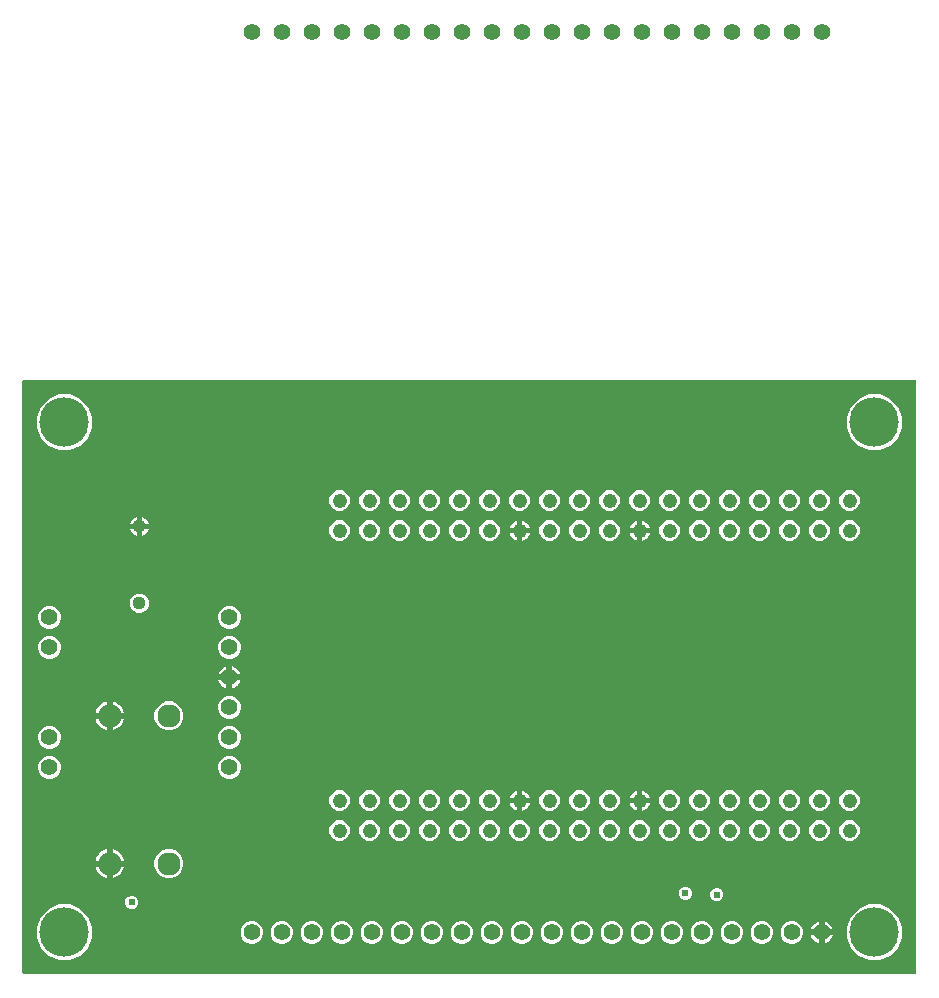
<source format=gbr>
G04 EAGLE Gerber RS-274X export*
G75*
%MOMM*%
%FSLAX34Y34*%
%LPD*%
%INCopper Layer 2*%
%IPPOS*%
%AMOC8*
5,1,8,0,0,1.08239X$1,22.5*%
G01*
%ADD10C,1.244600*%
%ADD11C,1.120000*%
%ADD12C,1.960000*%
%ADD13C,4.191000*%
%ADD14C,1.400000*%
%ADD15C,0.609600*%

G36*
X758308Y2556D02*
X758308Y2556D01*
X758427Y2563D01*
X758465Y2576D01*
X758506Y2581D01*
X758616Y2624D01*
X758729Y2661D01*
X758764Y2683D01*
X758801Y2698D01*
X758897Y2767D01*
X758998Y2831D01*
X759026Y2861D01*
X759059Y2884D01*
X759135Y2976D01*
X759216Y3063D01*
X759236Y3098D01*
X759261Y3129D01*
X759312Y3237D01*
X759370Y3341D01*
X759380Y3381D01*
X759397Y3417D01*
X759419Y3534D01*
X759449Y3649D01*
X759453Y3709D01*
X759457Y3729D01*
X759455Y3750D01*
X759459Y3810D01*
X759459Y504190D01*
X759444Y504308D01*
X759437Y504427D01*
X759424Y504465D01*
X759419Y504506D01*
X759376Y504616D01*
X759339Y504729D01*
X759317Y504764D01*
X759302Y504801D01*
X759233Y504897D01*
X759169Y504998D01*
X759139Y505026D01*
X759116Y505059D01*
X759024Y505135D01*
X758937Y505216D01*
X758902Y505236D01*
X758871Y505261D01*
X758763Y505312D01*
X758659Y505370D01*
X758619Y505380D01*
X758583Y505397D01*
X758466Y505419D01*
X758351Y505449D01*
X758291Y505453D01*
X758271Y505457D01*
X758250Y505455D01*
X758190Y505459D01*
X3810Y505459D01*
X3692Y505444D01*
X3573Y505437D01*
X3535Y505424D01*
X3494Y505419D01*
X3384Y505376D01*
X3271Y505339D01*
X3236Y505317D01*
X3199Y505302D01*
X3103Y505233D01*
X3002Y505169D01*
X2974Y505139D01*
X2941Y505116D01*
X2865Y505024D01*
X2784Y504937D01*
X2764Y504902D01*
X2739Y504871D01*
X2688Y504763D01*
X2630Y504659D01*
X2620Y504619D01*
X2603Y504583D01*
X2581Y504466D01*
X2551Y504351D01*
X2547Y504291D01*
X2543Y504271D01*
X2545Y504250D01*
X2541Y504190D01*
X2541Y3810D01*
X2556Y3692D01*
X2563Y3573D01*
X2576Y3535D01*
X2581Y3494D01*
X2624Y3384D01*
X2661Y3271D01*
X2683Y3236D01*
X2698Y3199D01*
X2767Y3103D01*
X2831Y3002D01*
X2861Y2974D01*
X2884Y2941D01*
X2976Y2865D01*
X3063Y2784D01*
X3098Y2764D01*
X3129Y2739D01*
X3237Y2688D01*
X3341Y2630D01*
X3381Y2620D01*
X3417Y2603D01*
X3534Y2581D01*
X3649Y2551D01*
X3709Y2547D01*
X3729Y2543D01*
X3750Y2545D01*
X3810Y2541D01*
X758190Y2541D01*
X758308Y2556D01*
G37*
%LPC*%
G36*
X719226Y446404D02*
X719226Y446404D01*
X710591Y449981D01*
X703981Y456591D01*
X700404Y465226D01*
X700404Y474574D01*
X703981Y483209D01*
X710591Y489819D01*
X719226Y493396D01*
X728574Y493396D01*
X737209Y489819D01*
X743819Y483209D01*
X747396Y474574D01*
X747396Y465226D01*
X743819Y456591D01*
X737209Y449981D01*
X728574Y446404D01*
X719226Y446404D01*
G37*
%LPD*%
%LPC*%
G36*
X33426Y446404D02*
X33426Y446404D01*
X24791Y449981D01*
X18181Y456591D01*
X14604Y465226D01*
X14604Y474574D01*
X18181Y483209D01*
X24791Y489819D01*
X33426Y493396D01*
X42774Y493396D01*
X51409Y489819D01*
X58019Y483209D01*
X61596Y474574D01*
X61596Y465226D01*
X58019Y456591D01*
X51409Y449981D01*
X42774Y446404D01*
X33426Y446404D01*
G37*
%LPD*%
%LPC*%
G36*
X33426Y14604D02*
X33426Y14604D01*
X24791Y18181D01*
X18181Y24791D01*
X14604Y33426D01*
X14604Y42774D01*
X18181Y51409D01*
X24791Y58019D01*
X33426Y61596D01*
X42774Y61596D01*
X51409Y58019D01*
X58019Y51409D01*
X61596Y42774D01*
X61596Y33426D01*
X58019Y24791D01*
X51409Y18181D01*
X42774Y14604D01*
X33426Y14604D01*
G37*
%LPD*%
%LPC*%
G36*
X719226Y14604D02*
X719226Y14604D01*
X710591Y18181D01*
X703981Y24791D01*
X700404Y33426D01*
X700404Y42774D01*
X703981Y51409D01*
X710591Y58019D01*
X719226Y61596D01*
X728574Y61596D01*
X737209Y58019D01*
X743819Y51409D01*
X747396Y42774D01*
X747396Y33426D01*
X743819Y24791D01*
X737209Y18181D01*
X728574Y14604D01*
X719226Y14604D01*
G37*
%LPD*%
%LPC*%
G36*
X124145Y83909D02*
X124145Y83909D01*
X119610Y85788D01*
X116138Y89260D01*
X114259Y93795D01*
X114259Y98705D01*
X116138Y103240D01*
X119610Y106712D01*
X124145Y108591D01*
X129055Y108591D01*
X133590Y106712D01*
X137062Y103240D01*
X138941Y98705D01*
X138941Y93795D01*
X137062Y89260D01*
X133590Y85788D01*
X129055Y83909D01*
X124145Y83909D01*
G37*
%LPD*%
%LPC*%
G36*
X124145Y208909D02*
X124145Y208909D01*
X119610Y210788D01*
X116138Y214260D01*
X114259Y218795D01*
X114259Y223705D01*
X116138Y228240D01*
X119610Y231712D01*
X124145Y233591D01*
X129055Y233591D01*
X133590Y231712D01*
X137062Y228240D01*
X138941Y223705D01*
X138941Y218795D01*
X137062Y214260D01*
X133590Y210788D01*
X129055Y208909D01*
X124145Y208909D01*
G37*
%LPD*%
%LPC*%
G36*
X175902Y168259D02*
X175902Y168259D01*
X172396Y169712D01*
X169712Y172396D01*
X168259Y175902D01*
X168259Y179698D01*
X169712Y183204D01*
X172396Y185888D01*
X175902Y187341D01*
X179698Y187341D01*
X183204Y185888D01*
X185888Y183204D01*
X187341Y179698D01*
X187341Y175902D01*
X185888Y172396D01*
X183204Y169712D01*
X179698Y168259D01*
X175902Y168259D01*
G37*
%LPD*%
%LPC*%
G36*
X271152Y28559D02*
X271152Y28559D01*
X267646Y30012D01*
X264962Y32696D01*
X263509Y36202D01*
X263509Y39998D01*
X264962Y43504D01*
X267646Y46188D01*
X271152Y47641D01*
X274948Y47641D01*
X278454Y46188D01*
X281138Y43504D01*
X282591Y39998D01*
X282591Y36202D01*
X281138Y32696D01*
X278454Y30012D01*
X274948Y28559D01*
X271152Y28559D01*
G37*
%LPD*%
%LPC*%
G36*
X296552Y28559D02*
X296552Y28559D01*
X293046Y30012D01*
X290362Y32696D01*
X288909Y36202D01*
X288909Y39998D01*
X290362Y43504D01*
X293046Y46188D01*
X296552Y47641D01*
X300348Y47641D01*
X303854Y46188D01*
X306538Y43504D01*
X307991Y39998D01*
X307991Y36202D01*
X306538Y32696D01*
X303854Y30012D01*
X300348Y28559D01*
X296552Y28559D01*
G37*
%LPD*%
%LPC*%
G36*
X321952Y28559D02*
X321952Y28559D01*
X318446Y30012D01*
X315762Y32696D01*
X314309Y36202D01*
X314309Y39998D01*
X315762Y43504D01*
X318446Y46188D01*
X321952Y47641D01*
X325748Y47641D01*
X329254Y46188D01*
X331938Y43504D01*
X333391Y39998D01*
X333391Y36202D01*
X331938Y32696D01*
X329254Y30012D01*
X325748Y28559D01*
X321952Y28559D01*
G37*
%LPD*%
%LPC*%
G36*
X347352Y28559D02*
X347352Y28559D01*
X343846Y30012D01*
X341162Y32696D01*
X339709Y36202D01*
X339709Y39998D01*
X341162Y43504D01*
X343846Y46188D01*
X347352Y47641D01*
X351148Y47641D01*
X354654Y46188D01*
X357338Y43504D01*
X358791Y39998D01*
X358791Y36202D01*
X357338Y32696D01*
X354654Y30012D01*
X351148Y28559D01*
X347352Y28559D01*
G37*
%LPD*%
%LPC*%
G36*
X372752Y28559D02*
X372752Y28559D01*
X369246Y30012D01*
X366562Y32696D01*
X365109Y36202D01*
X365109Y39998D01*
X366562Y43504D01*
X369246Y46188D01*
X372752Y47641D01*
X376548Y47641D01*
X380054Y46188D01*
X382738Y43504D01*
X384191Y39998D01*
X384191Y36202D01*
X382738Y32696D01*
X380054Y30012D01*
X376548Y28559D01*
X372752Y28559D01*
G37*
%LPD*%
%LPC*%
G36*
X398152Y28559D02*
X398152Y28559D01*
X394646Y30012D01*
X391962Y32696D01*
X390509Y36202D01*
X390509Y39998D01*
X391962Y43504D01*
X394646Y46188D01*
X398152Y47641D01*
X401948Y47641D01*
X405454Y46188D01*
X408138Y43504D01*
X409591Y39998D01*
X409591Y36202D01*
X408138Y32696D01*
X405454Y30012D01*
X401948Y28559D01*
X398152Y28559D01*
G37*
%LPD*%
%LPC*%
G36*
X423552Y28559D02*
X423552Y28559D01*
X420046Y30012D01*
X417362Y32696D01*
X415909Y36202D01*
X415909Y39998D01*
X417362Y43504D01*
X420046Y46188D01*
X423552Y47641D01*
X427348Y47641D01*
X430854Y46188D01*
X433538Y43504D01*
X434991Y39998D01*
X434991Y36202D01*
X433538Y32696D01*
X430854Y30012D01*
X427348Y28559D01*
X423552Y28559D01*
G37*
%LPD*%
%LPC*%
G36*
X448952Y28559D02*
X448952Y28559D01*
X445446Y30012D01*
X442762Y32696D01*
X441309Y36202D01*
X441309Y39998D01*
X442762Y43504D01*
X445446Y46188D01*
X448952Y47641D01*
X452748Y47641D01*
X456254Y46188D01*
X458938Y43504D01*
X460391Y39998D01*
X460391Y36202D01*
X458938Y32696D01*
X456254Y30012D01*
X452748Y28559D01*
X448952Y28559D01*
G37*
%LPD*%
%LPC*%
G36*
X474352Y28559D02*
X474352Y28559D01*
X470846Y30012D01*
X468162Y32696D01*
X466709Y36202D01*
X466709Y39998D01*
X468162Y43504D01*
X470846Y46188D01*
X474352Y47641D01*
X478148Y47641D01*
X481654Y46188D01*
X484338Y43504D01*
X485791Y39998D01*
X485791Y36202D01*
X484338Y32696D01*
X481654Y30012D01*
X478148Y28559D01*
X474352Y28559D01*
G37*
%LPD*%
%LPC*%
G36*
X499752Y28559D02*
X499752Y28559D01*
X496246Y30012D01*
X493562Y32696D01*
X492109Y36202D01*
X492109Y39998D01*
X493562Y43504D01*
X496246Y46188D01*
X499752Y47641D01*
X503548Y47641D01*
X507054Y46188D01*
X509738Y43504D01*
X511191Y39998D01*
X511191Y36202D01*
X509738Y32696D01*
X507054Y30012D01*
X503548Y28559D01*
X499752Y28559D01*
G37*
%LPD*%
%LPC*%
G36*
X525152Y28559D02*
X525152Y28559D01*
X521646Y30012D01*
X518962Y32696D01*
X517509Y36202D01*
X517509Y39998D01*
X518962Y43504D01*
X521646Y46188D01*
X525152Y47641D01*
X528948Y47641D01*
X532454Y46188D01*
X535138Y43504D01*
X536591Y39998D01*
X536591Y36202D01*
X535138Y32696D01*
X532454Y30012D01*
X528948Y28559D01*
X525152Y28559D01*
G37*
%LPD*%
%LPC*%
G36*
X175902Y295259D02*
X175902Y295259D01*
X172396Y296712D01*
X169712Y299396D01*
X168259Y302902D01*
X168259Y306698D01*
X169712Y310204D01*
X172396Y312888D01*
X175902Y314341D01*
X179698Y314341D01*
X183204Y312888D01*
X185888Y310204D01*
X187341Y306698D01*
X187341Y302902D01*
X185888Y299396D01*
X183204Y296712D01*
X179698Y295259D01*
X175902Y295259D01*
G37*
%LPD*%
%LPC*%
G36*
X23502Y295259D02*
X23502Y295259D01*
X19996Y296712D01*
X17312Y299396D01*
X15859Y302902D01*
X15859Y306698D01*
X17312Y310204D01*
X19996Y312888D01*
X23502Y314341D01*
X27298Y314341D01*
X30804Y312888D01*
X33488Y310204D01*
X34941Y306698D01*
X34941Y302902D01*
X33488Y299396D01*
X30804Y296712D01*
X27298Y295259D01*
X23502Y295259D01*
G37*
%LPD*%
%LPC*%
G36*
X220352Y28559D02*
X220352Y28559D01*
X216846Y30012D01*
X214162Y32696D01*
X212709Y36202D01*
X212709Y39998D01*
X214162Y43504D01*
X216846Y46188D01*
X220352Y47641D01*
X224148Y47641D01*
X227654Y46188D01*
X230338Y43504D01*
X231791Y39998D01*
X231791Y36202D01*
X230338Y32696D01*
X227654Y30012D01*
X224148Y28559D01*
X220352Y28559D01*
G37*
%LPD*%
%LPC*%
G36*
X245752Y28559D02*
X245752Y28559D01*
X242246Y30012D01*
X239562Y32696D01*
X238109Y36202D01*
X238109Y39998D01*
X239562Y43504D01*
X242246Y46188D01*
X245752Y47641D01*
X249548Y47641D01*
X253054Y46188D01*
X255738Y43504D01*
X257191Y39998D01*
X257191Y36202D01*
X255738Y32696D01*
X253054Y30012D01*
X249548Y28559D01*
X245752Y28559D01*
G37*
%LPD*%
%LPC*%
G36*
X175902Y269859D02*
X175902Y269859D01*
X172396Y271312D01*
X169712Y273996D01*
X168259Y277502D01*
X168259Y281298D01*
X169712Y284804D01*
X172396Y287488D01*
X175902Y288941D01*
X179698Y288941D01*
X183204Y287488D01*
X185888Y284804D01*
X187341Y281298D01*
X187341Y277502D01*
X185888Y273996D01*
X183204Y271312D01*
X179698Y269859D01*
X175902Y269859D01*
G37*
%LPD*%
%LPC*%
G36*
X23502Y269859D02*
X23502Y269859D01*
X19996Y271312D01*
X17312Y273996D01*
X15859Y277502D01*
X15859Y281298D01*
X17312Y284804D01*
X19996Y287488D01*
X23502Y288941D01*
X27298Y288941D01*
X30804Y287488D01*
X33488Y284804D01*
X34941Y281298D01*
X34941Y277502D01*
X33488Y273996D01*
X30804Y271312D01*
X27298Y269859D01*
X23502Y269859D01*
G37*
%LPD*%
%LPC*%
G36*
X23502Y168259D02*
X23502Y168259D01*
X19996Y169712D01*
X17312Y172396D01*
X15859Y175902D01*
X15859Y179698D01*
X17312Y183204D01*
X19996Y185888D01*
X23502Y187341D01*
X27298Y187341D01*
X30804Y185888D01*
X33488Y183204D01*
X34941Y179698D01*
X34941Y175902D01*
X33488Y172396D01*
X30804Y169712D01*
X27298Y168259D01*
X23502Y168259D01*
G37*
%LPD*%
%LPC*%
G36*
X575952Y28559D02*
X575952Y28559D01*
X572446Y30012D01*
X569762Y32696D01*
X568309Y36202D01*
X568309Y39998D01*
X569762Y43504D01*
X572446Y46188D01*
X575952Y47641D01*
X579748Y47641D01*
X583254Y46188D01*
X585938Y43504D01*
X587391Y39998D01*
X587391Y36202D01*
X585938Y32696D01*
X583254Y30012D01*
X579748Y28559D01*
X575952Y28559D01*
G37*
%LPD*%
%LPC*%
G36*
X601352Y28559D02*
X601352Y28559D01*
X597846Y30012D01*
X595162Y32696D01*
X593709Y36202D01*
X593709Y39998D01*
X595162Y43504D01*
X597846Y46188D01*
X601352Y47641D01*
X605148Y47641D01*
X608654Y46188D01*
X611338Y43504D01*
X612791Y39998D01*
X612791Y36202D01*
X611338Y32696D01*
X608654Y30012D01*
X605148Y28559D01*
X601352Y28559D01*
G37*
%LPD*%
%LPC*%
G36*
X626752Y28559D02*
X626752Y28559D01*
X623246Y30012D01*
X620562Y32696D01*
X619109Y36202D01*
X619109Y39998D01*
X620562Y43504D01*
X623246Y46188D01*
X626752Y47641D01*
X630548Y47641D01*
X634054Y46188D01*
X636738Y43504D01*
X638191Y39998D01*
X638191Y36202D01*
X636738Y32696D01*
X634054Y30012D01*
X630548Y28559D01*
X626752Y28559D01*
G37*
%LPD*%
%LPC*%
G36*
X175902Y219059D02*
X175902Y219059D01*
X172396Y220512D01*
X169712Y223196D01*
X168259Y226702D01*
X168259Y230498D01*
X169712Y234004D01*
X172396Y236688D01*
X175902Y238141D01*
X179698Y238141D01*
X183204Y236688D01*
X185888Y234004D01*
X187341Y230498D01*
X187341Y226702D01*
X185888Y223196D01*
X183204Y220512D01*
X179698Y219059D01*
X175902Y219059D01*
G37*
%LPD*%
%LPC*%
G36*
X550552Y28559D02*
X550552Y28559D01*
X547046Y30012D01*
X544362Y32696D01*
X542909Y36202D01*
X542909Y39998D01*
X544362Y43504D01*
X547046Y46188D01*
X550552Y47641D01*
X554348Y47641D01*
X557854Y46188D01*
X560538Y43504D01*
X561991Y39998D01*
X561991Y36202D01*
X560538Y32696D01*
X557854Y30012D01*
X554348Y28559D01*
X550552Y28559D01*
G37*
%LPD*%
%LPC*%
G36*
X652152Y28559D02*
X652152Y28559D01*
X648646Y30012D01*
X645962Y32696D01*
X644509Y36202D01*
X644509Y39998D01*
X645962Y43504D01*
X648646Y46188D01*
X652152Y47641D01*
X655948Y47641D01*
X659454Y46188D01*
X662138Y43504D01*
X663591Y39998D01*
X663591Y36202D01*
X662138Y32696D01*
X659454Y30012D01*
X655948Y28559D01*
X652152Y28559D01*
G37*
%LPD*%
%LPC*%
G36*
X175902Y193659D02*
X175902Y193659D01*
X172396Y195112D01*
X169712Y197796D01*
X168259Y201302D01*
X168259Y205098D01*
X169712Y208604D01*
X172396Y211288D01*
X175902Y212741D01*
X179698Y212741D01*
X183204Y211288D01*
X185888Y208604D01*
X187341Y205098D01*
X187341Y201302D01*
X185888Y197796D01*
X183204Y195112D01*
X179698Y193659D01*
X175902Y193659D01*
G37*
%LPD*%
%LPC*%
G36*
X23502Y193659D02*
X23502Y193659D01*
X19996Y195112D01*
X17312Y197796D01*
X15859Y201302D01*
X15859Y205098D01*
X17312Y208604D01*
X19996Y211288D01*
X23502Y212741D01*
X27298Y212741D01*
X30804Y211288D01*
X33488Y208604D01*
X34941Y205098D01*
X34941Y201302D01*
X33488Y197796D01*
X30804Y195112D01*
X27298Y193659D01*
X23502Y193659D01*
G37*
%LPD*%
%LPC*%
G36*
X194952Y28559D02*
X194952Y28559D01*
X191446Y30012D01*
X188762Y32696D01*
X187309Y36202D01*
X187309Y39998D01*
X188762Y43504D01*
X191446Y46188D01*
X194952Y47641D01*
X198748Y47641D01*
X202254Y46188D01*
X204938Y43504D01*
X206391Y39998D01*
X206391Y36202D01*
X204938Y32696D01*
X202254Y30012D01*
X198748Y28559D01*
X194952Y28559D01*
G37*
%LPD*%
%LPC*%
G36*
X675757Y394836D02*
X675757Y394836D01*
X672536Y396170D01*
X670070Y398636D01*
X668736Y401857D01*
X668736Y405343D01*
X670070Y408564D01*
X672536Y411030D01*
X675757Y412364D01*
X679243Y412364D01*
X682464Y411030D01*
X684930Y408564D01*
X686264Y405343D01*
X686264Y401857D01*
X684930Y398636D01*
X682464Y396170D01*
X679243Y394836D01*
X675757Y394836D01*
G37*
%LPD*%
%LPC*%
G36*
X650357Y394836D02*
X650357Y394836D01*
X647136Y396170D01*
X644670Y398636D01*
X643336Y401857D01*
X643336Y405343D01*
X644670Y408564D01*
X647136Y411030D01*
X650357Y412364D01*
X653843Y412364D01*
X657064Y411030D01*
X659530Y408564D01*
X660864Y405343D01*
X660864Y401857D01*
X659530Y398636D01*
X657064Y396170D01*
X653843Y394836D01*
X650357Y394836D01*
G37*
%LPD*%
%LPC*%
G36*
X624957Y394836D02*
X624957Y394836D01*
X621736Y396170D01*
X619270Y398636D01*
X617936Y401857D01*
X617936Y405343D01*
X619270Y408564D01*
X621736Y411030D01*
X624957Y412364D01*
X628443Y412364D01*
X631664Y411030D01*
X634130Y408564D01*
X635464Y405343D01*
X635464Y401857D01*
X634130Y398636D01*
X631664Y396170D01*
X628443Y394836D01*
X624957Y394836D01*
G37*
%LPD*%
%LPC*%
G36*
X599557Y394836D02*
X599557Y394836D01*
X596336Y396170D01*
X593870Y398636D01*
X592536Y401857D01*
X592536Y405343D01*
X593870Y408564D01*
X596336Y411030D01*
X599557Y412364D01*
X603043Y412364D01*
X606264Y411030D01*
X608730Y408564D01*
X610064Y405343D01*
X610064Y401857D01*
X608730Y398636D01*
X606264Y396170D01*
X603043Y394836D01*
X599557Y394836D01*
G37*
%LPD*%
%LPC*%
G36*
X574157Y394836D02*
X574157Y394836D01*
X570936Y396170D01*
X568470Y398636D01*
X567136Y401857D01*
X567136Y405343D01*
X568470Y408564D01*
X570936Y411030D01*
X574157Y412364D01*
X577643Y412364D01*
X580864Y411030D01*
X583330Y408564D01*
X584664Y405343D01*
X584664Y401857D01*
X583330Y398636D01*
X580864Y396170D01*
X577643Y394836D01*
X574157Y394836D01*
G37*
%LPD*%
%LPC*%
G36*
X548757Y394836D02*
X548757Y394836D01*
X545536Y396170D01*
X543070Y398636D01*
X541736Y401857D01*
X541736Y405343D01*
X543070Y408564D01*
X545536Y411030D01*
X548757Y412364D01*
X552243Y412364D01*
X555464Y411030D01*
X557930Y408564D01*
X559264Y405343D01*
X559264Y401857D01*
X557930Y398636D01*
X555464Y396170D01*
X552243Y394836D01*
X548757Y394836D01*
G37*
%LPD*%
%LPC*%
G36*
X523357Y394836D02*
X523357Y394836D01*
X520136Y396170D01*
X517670Y398636D01*
X516336Y401857D01*
X516336Y405343D01*
X517670Y408564D01*
X520136Y411030D01*
X523357Y412364D01*
X526843Y412364D01*
X530064Y411030D01*
X532530Y408564D01*
X533864Y405343D01*
X533864Y401857D01*
X532530Y398636D01*
X530064Y396170D01*
X526843Y394836D01*
X523357Y394836D01*
G37*
%LPD*%
%LPC*%
G36*
X497957Y394836D02*
X497957Y394836D01*
X494736Y396170D01*
X492270Y398636D01*
X490936Y401857D01*
X490936Y405343D01*
X492270Y408564D01*
X494736Y411030D01*
X497957Y412364D01*
X501443Y412364D01*
X504664Y411030D01*
X507130Y408564D01*
X508464Y405343D01*
X508464Y401857D01*
X507130Y398636D01*
X504664Y396170D01*
X501443Y394836D01*
X497957Y394836D01*
G37*
%LPD*%
%LPC*%
G36*
X472557Y394836D02*
X472557Y394836D01*
X469336Y396170D01*
X466870Y398636D01*
X465536Y401857D01*
X465536Y405343D01*
X466870Y408564D01*
X469336Y411030D01*
X472557Y412364D01*
X476043Y412364D01*
X479264Y411030D01*
X481730Y408564D01*
X483064Y405343D01*
X483064Y401857D01*
X481730Y398636D01*
X479264Y396170D01*
X476043Y394836D01*
X472557Y394836D01*
G37*
%LPD*%
%LPC*%
G36*
X447157Y394836D02*
X447157Y394836D01*
X443936Y396170D01*
X441470Y398636D01*
X440136Y401857D01*
X440136Y405343D01*
X441470Y408564D01*
X443936Y411030D01*
X447157Y412364D01*
X450643Y412364D01*
X453864Y411030D01*
X456330Y408564D01*
X457664Y405343D01*
X457664Y401857D01*
X456330Y398636D01*
X453864Y396170D01*
X450643Y394836D01*
X447157Y394836D01*
G37*
%LPD*%
%LPC*%
G36*
X421757Y394836D02*
X421757Y394836D01*
X418536Y396170D01*
X416070Y398636D01*
X414736Y401857D01*
X414736Y405343D01*
X416070Y408564D01*
X418536Y411030D01*
X421757Y412364D01*
X425243Y412364D01*
X428464Y411030D01*
X430930Y408564D01*
X432264Y405343D01*
X432264Y401857D01*
X430930Y398636D01*
X428464Y396170D01*
X425243Y394836D01*
X421757Y394836D01*
G37*
%LPD*%
%LPC*%
G36*
X396357Y394836D02*
X396357Y394836D01*
X393136Y396170D01*
X390670Y398636D01*
X389336Y401857D01*
X389336Y405343D01*
X390670Y408564D01*
X393136Y411030D01*
X396357Y412364D01*
X399843Y412364D01*
X403064Y411030D01*
X405530Y408564D01*
X406864Y405343D01*
X406864Y401857D01*
X405530Y398636D01*
X403064Y396170D01*
X399843Y394836D01*
X396357Y394836D01*
G37*
%LPD*%
%LPC*%
G36*
X370957Y394836D02*
X370957Y394836D01*
X367736Y396170D01*
X365270Y398636D01*
X363936Y401857D01*
X363936Y405343D01*
X365270Y408564D01*
X367736Y411030D01*
X370957Y412364D01*
X374443Y412364D01*
X377664Y411030D01*
X380130Y408564D01*
X381464Y405343D01*
X381464Y401857D01*
X380130Y398636D01*
X377664Y396170D01*
X374443Y394836D01*
X370957Y394836D01*
G37*
%LPD*%
%LPC*%
G36*
X345557Y394836D02*
X345557Y394836D01*
X342336Y396170D01*
X339870Y398636D01*
X338536Y401857D01*
X338536Y405343D01*
X339870Y408564D01*
X342336Y411030D01*
X345557Y412364D01*
X349043Y412364D01*
X352264Y411030D01*
X354730Y408564D01*
X356064Y405343D01*
X356064Y401857D01*
X354730Y398636D01*
X352264Y396170D01*
X349043Y394836D01*
X345557Y394836D01*
G37*
%LPD*%
%LPC*%
G36*
X320157Y394836D02*
X320157Y394836D01*
X316936Y396170D01*
X314470Y398636D01*
X313136Y401857D01*
X313136Y405343D01*
X314470Y408564D01*
X316936Y411030D01*
X320157Y412364D01*
X323643Y412364D01*
X326864Y411030D01*
X329330Y408564D01*
X330664Y405343D01*
X330664Y401857D01*
X329330Y398636D01*
X326864Y396170D01*
X323643Y394836D01*
X320157Y394836D01*
G37*
%LPD*%
%LPC*%
G36*
X294757Y394836D02*
X294757Y394836D01*
X291536Y396170D01*
X289070Y398636D01*
X287736Y401857D01*
X287736Y405343D01*
X289070Y408564D01*
X291536Y411030D01*
X294757Y412364D01*
X298243Y412364D01*
X301464Y411030D01*
X303930Y408564D01*
X305264Y405343D01*
X305264Y401857D01*
X303930Y398636D01*
X301464Y396170D01*
X298243Y394836D01*
X294757Y394836D01*
G37*
%LPD*%
%LPC*%
G36*
X269357Y394836D02*
X269357Y394836D01*
X266136Y396170D01*
X263670Y398636D01*
X262336Y401857D01*
X262336Y405343D01*
X263670Y408564D01*
X266136Y411030D01*
X269357Y412364D01*
X272843Y412364D01*
X276064Y411030D01*
X278530Y408564D01*
X279864Y405343D01*
X279864Y401857D01*
X278530Y398636D01*
X276064Y396170D01*
X272843Y394836D01*
X269357Y394836D01*
G37*
%LPD*%
%LPC*%
G36*
X294757Y369436D02*
X294757Y369436D01*
X291536Y370770D01*
X289070Y373236D01*
X287736Y376457D01*
X287736Y379943D01*
X289070Y383164D01*
X291536Y385630D01*
X294757Y386964D01*
X298243Y386964D01*
X301464Y385630D01*
X303930Y383164D01*
X305264Y379943D01*
X305264Y376457D01*
X303930Y373236D01*
X301464Y370770D01*
X298243Y369436D01*
X294757Y369436D01*
G37*
%LPD*%
%LPC*%
G36*
X269357Y369436D02*
X269357Y369436D01*
X266136Y370770D01*
X263670Y373236D01*
X262336Y376457D01*
X262336Y379943D01*
X263670Y383164D01*
X266136Y385630D01*
X269357Y386964D01*
X272843Y386964D01*
X276064Y385630D01*
X278530Y383164D01*
X279864Y379943D01*
X279864Y376457D01*
X278530Y373236D01*
X276064Y370770D01*
X272843Y369436D01*
X269357Y369436D01*
G37*
%LPD*%
%LPC*%
G36*
X701157Y369436D02*
X701157Y369436D01*
X697936Y370770D01*
X695470Y373236D01*
X694136Y376457D01*
X694136Y379943D01*
X695470Y383164D01*
X697936Y385630D01*
X701157Y386964D01*
X704643Y386964D01*
X707864Y385630D01*
X710330Y383164D01*
X711664Y379943D01*
X711664Y376457D01*
X710330Y373236D01*
X707864Y370770D01*
X704643Y369436D01*
X701157Y369436D01*
G37*
%LPD*%
%LPC*%
G36*
X675757Y369436D02*
X675757Y369436D01*
X672536Y370770D01*
X670070Y373236D01*
X668736Y376457D01*
X668736Y379943D01*
X670070Y383164D01*
X672536Y385630D01*
X675757Y386964D01*
X679243Y386964D01*
X682464Y385630D01*
X684930Y383164D01*
X686264Y379943D01*
X686264Y376457D01*
X684930Y373236D01*
X682464Y370770D01*
X679243Y369436D01*
X675757Y369436D01*
G37*
%LPD*%
%LPC*%
G36*
X650357Y369436D02*
X650357Y369436D01*
X647136Y370770D01*
X644670Y373236D01*
X643336Y376457D01*
X643336Y379943D01*
X644670Y383164D01*
X647136Y385630D01*
X650357Y386964D01*
X653843Y386964D01*
X657064Y385630D01*
X659530Y383164D01*
X660864Y379943D01*
X660864Y376457D01*
X659530Y373236D01*
X657064Y370770D01*
X653843Y369436D01*
X650357Y369436D01*
G37*
%LPD*%
%LPC*%
G36*
X624957Y369436D02*
X624957Y369436D01*
X621736Y370770D01*
X619270Y373236D01*
X617936Y376457D01*
X617936Y379943D01*
X619270Y383164D01*
X621736Y385630D01*
X624957Y386964D01*
X628443Y386964D01*
X631664Y385630D01*
X634130Y383164D01*
X635464Y379943D01*
X635464Y376457D01*
X634130Y373236D01*
X631664Y370770D01*
X628443Y369436D01*
X624957Y369436D01*
G37*
%LPD*%
%LPC*%
G36*
X599557Y369436D02*
X599557Y369436D01*
X596336Y370770D01*
X593870Y373236D01*
X592536Y376457D01*
X592536Y379943D01*
X593870Y383164D01*
X596336Y385630D01*
X599557Y386964D01*
X603043Y386964D01*
X606264Y385630D01*
X608730Y383164D01*
X610064Y379943D01*
X610064Y376457D01*
X608730Y373236D01*
X606264Y370770D01*
X603043Y369436D01*
X599557Y369436D01*
G37*
%LPD*%
%LPC*%
G36*
X574157Y369436D02*
X574157Y369436D01*
X570936Y370770D01*
X568470Y373236D01*
X567136Y376457D01*
X567136Y379943D01*
X568470Y383164D01*
X570936Y385630D01*
X574157Y386964D01*
X577643Y386964D01*
X580864Y385630D01*
X583330Y383164D01*
X584664Y379943D01*
X584664Y376457D01*
X583330Y373236D01*
X580864Y370770D01*
X577643Y369436D01*
X574157Y369436D01*
G37*
%LPD*%
%LPC*%
G36*
X548757Y369436D02*
X548757Y369436D01*
X545536Y370770D01*
X543070Y373236D01*
X541736Y376457D01*
X541736Y379943D01*
X543070Y383164D01*
X545536Y385630D01*
X548757Y386964D01*
X552243Y386964D01*
X555464Y385630D01*
X557930Y383164D01*
X559264Y379943D01*
X559264Y376457D01*
X557930Y373236D01*
X555464Y370770D01*
X552243Y369436D01*
X548757Y369436D01*
G37*
%LPD*%
%LPC*%
G36*
X497957Y369436D02*
X497957Y369436D01*
X494736Y370770D01*
X492270Y373236D01*
X490936Y376457D01*
X490936Y379943D01*
X492270Y383164D01*
X494736Y385630D01*
X497957Y386964D01*
X501443Y386964D01*
X504664Y385630D01*
X507130Y383164D01*
X508464Y379943D01*
X508464Y376457D01*
X507130Y373236D01*
X504664Y370770D01*
X501443Y369436D01*
X497957Y369436D01*
G37*
%LPD*%
%LPC*%
G36*
X472557Y369436D02*
X472557Y369436D01*
X469336Y370770D01*
X466870Y373236D01*
X465536Y376457D01*
X465536Y379943D01*
X466870Y383164D01*
X469336Y385630D01*
X472557Y386964D01*
X476043Y386964D01*
X479264Y385630D01*
X481730Y383164D01*
X483064Y379943D01*
X483064Y376457D01*
X481730Y373236D01*
X479264Y370770D01*
X476043Y369436D01*
X472557Y369436D01*
G37*
%LPD*%
%LPC*%
G36*
X447157Y369436D02*
X447157Y369436D01*
X443936Y370770D01*
X441470Y373236D01*
X440136Y376457D01*
X440136Y379943D01*
X441470Y383164D01*
X443936Y385630D01*
X447157Y386964D01*
X450643Y386964D01*
X453864Y385630D01*
X456330Y383164D01*
X457664Y379943D01*
X457664Y376457D01*
X456330Y373236D01*
X453864Y370770D01*
X450643Y369436D01*
X447157Y369436D01*
G37*
%LPD*%
%LPC*%
G36*
X396357Y369436D02*
X396357Y369436D01*
X393136Y370770D01*
X390670Y373236D01*
X389336Y376457D01*
X389336Y379943D01*
X390670Y383164D01*
X393136Y385630D01*
X396357Y386964D01*
X399843Y386964D01*
X403064Y385630D01*
X405530Y383164D01*
X406864Y379943D01*
X406864Y376457D01*
X405530Y373236D01*
X403064Y370770D01*
X399843Y369436D01*
X396357Y369436D01*
G37*
%LPD*%
%LPC*%
G36*
X370957Y369436D02*
X370957Y369436D01*
X367736Y370770D01*
X365270Y373236D01*
X363936Y376457D01*
X363936Y379943D01*
X365270Y383164D01*
X367736Y385630D01*
X370957Y386964D01*
X374443Y386964D01*
X377664Y385630D01*
X380130Y383164D01*
X381464Y379943D01*
X381464Y376457D01*
X380130Y373236D01*
X377664Y370770D01*
X374443Y369436D01*
X370957Y369436D01*
G37*
%LPD*%
%LPC*%
G36*
X345557Y369436D02*
X345557Y369436D01*
X342336Y370770D01*
X339870Y373236D01*
X338536Y376457D01*
X338536Y379943D01*
X339870Y383164D01*
X342336Y385630D01*
X345557Y386964D01*
X349043Y386964D01*
X352264Y385630D01*
X354730Y383164D01*
X356064Y379943D01*
X356064Y376457D01*
X354730Y373236D01*
X352264Y370770D01*
X349043Y369436D01*
X345557Y369436D01*
G37*
%LPD*%
%LPC*%
G36*
X320157Y369436D02*
X320157Y369436D01*
X316936Y370770D01*
X314470Y373236D01*
X313136Y376457D01*
X313136Y379943D01*
X314470Y383164D01*
X316936Y385630D01*
X320157Y386964D01*
X323643Y386964D01*
X326864Y385630D01*
X329330Y383164D01*
X330664Y379943D01*
X330664Y376457D01*
X329330Y373236D01*
X326864Y370770D01*
X323643Y369436D01*
X320157Y369436D01*
G37*
%LPD*%
%LPC*%
G36*
X675757Y140836D02*
X675757Y140836D01*
X672536Y142170D01*
X670070Y144636D01*
X668736Y147857D01*
X668736Y151343D01*
X670070Y154564D01*
X672536Y157030D01*
X675757Y158364D01*
X679243Y158364D01*
X682464Y157030D01*
X684930Y154564D01*
X686264Y151343D01*
X686264Y147857D01*
X684930Y144636D01*
X682464Y142170D01*
X679243Y140836D01*
X675757Y140836D01*
G37*
%LPD*%
%LPC*%
G36*
X294757Y140836D02*
X294757Y140836D01*
X291536Y142170D01*
X289070Y144636D01*
X287736Y147857D01*
X287736Y151343D01*
X289070Y154564D01*
X291536Y157030D01*
X294757Y158364D01*
X298243Y158364D01*
X301464Y157030D01*
X303930Y154564D01*
X305264Y151343D01*
X305264Y147857D01*
X303930Y144636D01*
X301464Y142170D01*
X298243Y140836D01*
X294757Y140836D01*
G37*
%LPD*%
%LPC*%
G36*
X269357Y140836D02*
X269357Y140836D01*
X266136Y142170D01*
X263670Y144636D01*
X262336Y147857D01*
X262336Y151343D01*
X263670Y154564D01*
X266136Y157030D01*
X269357Y158364D01*
X272843Y158364D01*
X276064Y157030D01*
X278530Y154564D01*
X279864Y151343D01*
X279864Y147857D01*
X278530Y144636D01*
X276064Y142170D01*
X272843Y140836D01*
X269357Y140836D01*
G37*
%LPD*%
%LPC*%
G36*
X701157Y140836D02*
X701157Y140836D01*
X697936Y142170D01*
X695470Y144636D01*
X694136Y147857D01*
X694136Y151343D01*
X695470Y154564D01*
X697936Y157030D01*
X701157Y158364D01*
X704643Y158364D01*
X707864Y157030D01*
X710330Y154564D01*
X711664Y151343D01*
X711664Y147857D01*
X710330Y144636D01*
X707864Y142170D01*
X704643Y140836D01*
X701157Y140836D01*
G37*
%LPD*%
%LPC*%
G36*
X320157Y115436D02*
X320157Y115436D01*
X316936Y116770D01*
X314470Y119236D01*
X313136Y122457D01*
X313136Y125943D01*
X314470Y129164D01*
X316936Y131630D01*
X320157Y132964D01*
X323643Y132964D01*
X326864Y131630D01*
X329330Y129164D01*
X330664Y125943D01*
X330664Y122457D01*
X329330Y119236D01*
X326864Y116770D01*
X323643Y115436D01*
X320157Y115436D01*
G37*
%LPD*%
%LPC*%
G36*
X650357Y140836D02*
X650357Y140836D01*
X647136Y142170D01*
X644670Y144636D01*
X643336Y147857D01*
X643336Y151343D01*
X644670Y154564D01*
X647136Y157030D01*
X650357Y158364D01*
X653843Y158364D01*
X657064Y157030D01*
X659530Y154564D01*
X660864Y151343D01*
X660864Y147857D01*
X659530Y144636D01*
X657064Y142170D01*
X653843Y140836D01*
X650357Y140836D01*
G37*
%LPD*%
%LPC*%
G36*
X624957Y140836D02*
X624957Y140836D01*
X621736Y142170D01*
X619270Y144636D01*
X617936Y147857D01*
X617936Y151343D01*
X619270Y154564D01*
X621736Y157030D01*
X624957Y158364D01*
X628443Y158364D01*
X631664Y157030D01*
X634130Y154564D01*
X635464Y151343D01*
X635464Y147857D01*
X634130Y144636D01*
X631664Y142170D01*
X628443Y140836D01*
X624957Y140836D01*
G37*
%LPD*%
%LPC*%
G36*
X599557Y140836D02*
X599557Y140836D01*
X596336Y142170D01*
X593870Y144636D01*
X592536Y147857D01*
X592536Y151343D01*
X593870Y154564D01*
X596336Y157030D01*
X599557Y158364D01*
X603043Y158364D01*
X606264Y157030D01*
X608730Y154564D01*
X610064Y151343D01*
X610064Y147857D01*
X608730Y144636D01*
X606264Y142170D01*
X603043Y140836D01*
X599557Y140836D01*
G37*
%LPD*%
%LPC*%
G36*
X574157Y140836D02*
X574157Y140836D01*
X570936Y142170D01*
X568470Y144636D01*
X567136Y147857D01*
X567136Y151343D01*
X568470Y154564D01*
X570936Y157030D01*
X574157Y158364D01*
X577643Y158364D01*
X580864Y157030D01*
X583330Y154564D01*
X584664Y151343D01*
X584664Y147857D01*
X583330Y144636D01*
X580864Y142170D01*
X577643Y140836D01*
X574157Y140836D01*
G37*
%LPD*%
%LPC*%
G36*
X548757Y140836D02*
X548757Y140836D01*
X545536Y142170D01*
X543070Y144636D01*
X541736Y147857D01*
X541736Y151343D01*
X543070Y154564D01*
X545536Y157030D01*
X548757Y158364D01*
X552243Y158364D01*
X555464Y157030D01*
X557930Y154564D01*
X559264Y151343D01*
X559264Y147857D01*
X557930Y144636D01*
X555464Y142170D01*
X552243Y140836D01*
X548757Y140836D01*
G37*
%LPD*%
%LPC*%
G36*
X497957Y140836D02*
X497957Y140836D01*
X494736Y142170D01*
X492270Y144636D01*
X490936Y147857D01*
X490936Y151343D01*
X492270Y154564D01*
X494736Y157030D01*
X497957Y158364D01*
X501443Y158364D01*
X504664Y157030D01*
X507130Y154564D01*
X508464Y151343D01*
X508464Y147857D01*
X507130Y144636D01*
X504664Y142170D01*
X501443Y140836D01*
X497957Y140836D01*
G37*
%LPD*%
%LPC*%
G36*
X472557Y140836D02*
X472557Y140836D01*
X469336Y142170D01*
X466870Y144636D01*
X465536Y147857D01*
X465536Y151343D01*
X466870Y154564D01*
X469336Y157030D01*
X472557Y158364D01*
X476043Y158364D01*
X479264Y157030D01*
X481730Y154564D01*
X483064Y151343D01*
X483064Y147857D01*
X481730Y144636D01*
X479264Y142170D01*
X476043Y140836D01*
X472557Y140836D01*
G37*
%LPD*%
%LPC*%
G36*
X447157Y140836D02*
X447157Y140836D01*
X443936Y142170D01*
X441470Y144636D01*
X440136Y147857D01*
X440136Y151343D01*
X441470Y154564D01*
X443936Y157030D01*
X447157Y158364D01*
X450643Y158364D01*
X453864Y157030D01*
X456330Y154564D01*
X457664Y151343D01*
X457664Y147857D01*
X456330Y144636D01*
X453864Y142170D01*
X450643Y140836D01*
X447157Y140836D01*
G37*
%LPD*%
%LPC*%
G36*
X396357Y140836D02*
X396357Y140836D01*
X393136Y142170D01*
X390670Y144636D01*
X389336Y147857D01*
X389336Y151343D01*
X390670Y154564D01*
X393136Y157030D01*
X396357Y158364D01*
X399843Y158364D01*
X403064Y157030D01*
X405530Y154564D01*
X406864Y151343D01*
X406864Y147857D01*
X405530Y144636D01*
X403064Y142170D01*
X399843Y140836D01*
X396357Y140836D01*
G37*
%LPD*%
%LPC*%
G36*
X370957Y140836D02*
X370957Y140836D01*
X367736Y142170D01*
X365270Y144636D01*
X363936Y147857D01*
X363936Y151343D01*
X365270Y154564D01*
X367736Y157030D01*
X370957Y158364D01*
X374443Y158364D01*
X377664Y157030D01*
X380130Y154564D01*
X381464Y151343D01*
X381464Y147857D01*
X380130Y144636D01*
X377664Y142170D01*
X374443Y140836D01*
X370957Y140836D01*
G37*
%LPD*%
%LPC*%
G36*
X345557Y140836D02*
X345557Y140836D01*
X342336Y142170D01*
X339870Y144636D01*
X338536Y147857D01*
X338536Y151343D01*
X339870Y154564D01*
X342336Y157030D01*
X345557Y158364D01*
X349043Y158364D01*
X352264Y157030D01*
X354730Y154564D01*
X356064Y151343D01*
X356064Y147857D01*
X354730Y144636D01*
X352264Y142170D01*
X349043Y140836D01*
X345557Y140836D01*
G37*
%LPD*%
%LPC*%
G36*
X320157Y140836D02*
X320157Y140836D01*
X316936Y142170D01*
X314470Y144636D01*
X313136Y147857D01*
X313136Y151343D01*
X314470Y154564D01*
X316936Y157030D01*
X320157Y158364D01*
X323643Y158364D01*
X326864Y157030D01*
X329330Y154564D01*
X330664Y151343D01*
X330664Y147857D01*
X329330Y144636D01*
X326864Y142170D01*
X323643Y140836D01*
X320157Y140836D01*
G37*
%LPD*%
%LPC*%
G36*
X599557Y115436D02*
X599557Y115436D01*
X596336Y116770D01*
X593870Y119236D01*
X592536Y122457D01*
X592536Y125943D01*
X593870Y129164D01*
X596336Y131630D01*
X599557Y132964D01*
X603043Y132964D01*
X606264Y131630D01*
X608730Y129164D01*
X610064Y125943D01*
X610064Y122457D01*
X608730Y119236D01*
X606264Y116770D01*
X603043Y115436D01*
X599557Y115436D01*
G37*
%LPD*%
%LPC*%
G36*
X574157Y115436D02*
X574157Y115436D01*
X570936Y116770D01*
X568470Y119236D01*
X567136Y122457D01*
X567136Y125943D01*
X568470Y129164D01*
X570936Y131630D01*
X574157Y132964D01*
X577643Y132964D01*
X580864Y131630D01*
X583330Y129164D01*
X584664Y125943D01*
X584664Y122457D01*
X583330Y119236D01*
X580864Y116770D01*
X577643Y115436D01*
X574157Y115436D01*
G37*
%LPD*%
%LPC*%
G36*
X701157Y115436D02*
X701157Y115436D01*
X697936Y116770D01*
X695470Y119236D01*
X694136Y122457D01*
X694136Y125943D01*
X695470Y129164D01*
X697936Y131630D01*
X701157Y132964D01*
X704643Y132964D01*
X707864Y131630D01*
X710330Y129164D01*
X711664Y125943D01*
X711664Y122457D01*
X710330Y119236D01*
X707864Y116770D01*
X704643Y115436D01*
X701157Y115436D01*
G37*
%LPD*%
%LPC*%
G36*
X675757Y115436D02*
X675757Y115436D01*
X672536Y116770D01*
X670070Y119236D01*
X668736Y122457D01*
X668736Y125943D01*
X670070Y129164D01*
X672536Y131630D01*
X675757Y132964D01*
X679243Y132964D01*
X682464Y131630D01*
X684930Y129164D01*
X686264Y125943D01*
X686264Y122457D01*
X684930Y119236D01*
X682464Y116770D01*
X679243Y115436D01*
X675757Y115436D01*
G37*
%LPD*%
%LPC*%
G36*
X650357Y115436D02*
X650357Y115436D01*
X647136Y116770D01*
X644670Y119236D01*
X643336Y122457D01*
X643336Y125943D01*
X644670Y129164D01*
X647136Y131630D01*
X650357Y132964D01*
X653843Y132964D01*
X657064Y131630D01*
X659530Y129164D01*
X660864Y125943D01*
X660864Y122457D01*
X659530Y119236D01*
X657064Y116770D01*
X653843Y115436D01*
X650357Y115436D01*
G37*
%LPD*%
%LPC*%
G36*
X624957Y115436D02*
X624957Y115436D01*
X621736Y116770D01*
X619270Y119236D01*
X617936Y122457D01*
X617936Y125943D01*
X619270Y129164D01*
X621736Y131630D01*
X624957Y132964D01*
X628443Y132964D01*
X631664Y131630D01*
X634130Y129164D01*
X635464Y125943D01*
X635464Y122457D01*
X634130Y119236D01*
X631664Y116770D01*
X628443Y115436D01*
X624957Y115436D01*
G37*
%LPD*%
%LPC*%
G36*
X548757Y115436D02*
X548757Y115436D01*
X545536Y116770D01*
X543070Y119236D01*
X541736Y122457D01*
X541736Y125943D01*
X543070Y129164D01*
X545536Y131630D01*
X548757Y132964D01*
X552243Y132964D01*
X555464Y131630D01*
X557930Y129164D01*
X559264Y125943D01*
X559264Y122457D01*
X557930Y119236D01*
X555464Y116770D01*
X552243Y115436D01*
X548757Y115436D01*
G37*
%LPD*%
%LPC*%
G36*
X523357Y115436D02*
X523357Y115436D01*
X520136Y116770D01*
X517670Y119236D01*
X516336Y122457D01*
X516336Y125943D01*
X517670Y129164D01*
X520136Y131630D01*
X523357Y132964D01*
X526843Y132964D01*
X530064Y131630D01*
X532530Y129164D01*
X533864Y125943D01*
X533864Y122457D01*
X532530Y119236D01*
X530064Y116770D01*
X526843Y115436D01*
X523357Y115436D01*
G37*
%LPD*%
%LPC*%
G36*
X497957Y115436D02*
X497957Y115436D01*
X494736Y116770D01*
X492270Y119236D01*
X490936Y122457D01*
X490936Y125943D01*
X492270Y129164D01*
X494736Y131630D01*
X497957Y132964D01*
X501443Y132964D01*
X504664Y131630D01*
X507130Y129164D01*
X508464Y125943D01*
X508464Y122457D01*
X507130Y119236D01*
X504664Y116770D01*
X501443Y115436D01*
X497957Y115436D01*
G37*
%LPD*%
%LPC*%
G36*
X472557Y115436D02*
X472557Y115436D01*
X469336Y116770D01*
X466870Y119236D01*
X465536Y122457D01*
X465536Y125943D01*
X466870Y129164D01*
X469336Y131630D01*
X472557Y132964D01*
X476043Y132964D01*
X479264Y131630D01*
X481730Y129164D01*
X483064Y125943D01*
X483064Y122457D01*
X481730Y119236D01*
X479264Y116770D01*
X476043Y115436D01*
X472557Y115436D01*
G37*
%LPD*%
%LPC*%
G36*
X447157Y115436D02*
X447157Y115436D01*
X443936Y116770D01*
X441470Y119236D01*
X440136Y122457D01*
X440136Y125943D01*
X441470Y129164D01*
X443936Y131630D01*
X447157Y132964D01*
X450643Y132964D01*
X453864Y131630D01*
X456330Y129164D01*
X457664Y125943D01*
X457664Y122457D01*
X456330Y119236D01*
X453864Y116770D01*
X450643Y115436D01*
X447157Y115436D01*
G37*
%LPD*%
%LPC*%
G36*
X421757Y115436D02*
X421757Y115436D01*
X418536Y116770D01*
X416070Y119236D01*
X414736Y122457D01*
X414736Y125943D01*
X416070Y129164D01*
X418536Y131630D01*
X421757Y132964D01*
X425243Y132964D01*
X428464Y131630D01*
X430930Y129164D01*
X432264Y125943D01*
X432264Y122457D01*
X430930Y119236D01*
X428464Y116770D01*
X425243Y115436D01*
X421757Y115436D01*
G37*
%LPD*%
%LPC*%
G36*
X396357Y115436D02*
X396357Y115436D01*
X393136Y116770D01*
X390670Y119236D01*
X389336Y122457D01*
X389336Y125943D01*
X390670Y129164D01*
X393136Y131630D01*
X396357Y132964D01*
X399843Y132964D01*
X403064Y131630D01*
X405530Y129164D01*
X406864Y125943D01*
X406864Y122457D01*
X405530Y119236D01*
X403064Y116770D01*
X399843Y115436D01*
X396357Y115436D01*
G37*
%LPD*%
%LPC*%
G36*
X370957Y115436D02*
X370957Y115436D01*
X367736Y116770D01*
X365270Y119236D01*
X363936Y122457D01*
X363936Y125943D01*
X365270Y129164D01*
X367736Y131630D01*
X370957Y132964D01*
X374443Y132964D01*
X377664Y131630D01*
X380130Y129164D01*
X381464Y125943D01*
X381464Y122457D01*
X380130Y119236D01*
X377664Y116770D01*
X374443Y115436D01*
X370957Y115436D01*
G37*
%LPD*%
%LPC*%
G36*
X345557Y115436D02*
X345557Y115436D01*
X342336Y116770D01*
X339870Y119236D01*
X338536Y122457D01*
X338536Y125943D01*
X339870Y129164D01*
X342336Y131630D01*
X345557Y132964D01*
X349043Y132964D01*
X352264Y131630D01*
X354730Y129164D01*
X356064Y125943D01*
X356064Y122457D01*
X354730Y119236D01*
X352264Y116770D01*
X349043Y115436D01*
X345557Y115436D01*
G37*
%LPD*%
%LPC*%
G36*
X294757Y115436D02*
X294757Y115436D01*
X291536Y116770D01*
X289070Y119236D01*
X287736Y122457D01*
X287736Y125943D01*
X289070Y129164D01*
X291536Y131630D01*
X294757Y132964D01*
X298243Y132964D01*
X301464Y131630D01*
X303930Y129164D01*
X305264Y125943D01*
X305264Y122457D01*
X303930Y119236D01*
X301464Y116770D01*
X298243Y115436D01*
X294757Y115436D01*
G37*
%LPD*%
%LPC*%
G36*
X269357Y115436D02*
X269357Y115436D01*
X266136Y116770D01*
X263670Y119236D01*
X262336Y122457D01*
X262336Y125943D01*
X263670Y129164D01*
X266136Y131630D01*
X269357Y132964D01*
X272843Y132964D01*
X276064Y131630D01*
X278530Y129164D01*
X279864Y125943D01*
X279864Y122457D01*
X278530Y119236D01*
X276064Y116770D01*
X272843Y115436D01*
X269357Y115436D01*
G37*
%LPD*%
%LPC*%
G36*
X701157Y394836D02*
X701157Y394836D01*
X697936Y396170D01*
X695470Y398636D01*
X694136Y401857D01*
X694136Y405343D01*
X695470Y408564D01*
X697936Y411030D01*
X701157Y412364D01*
X704643Y412364D01*
X707864Y411030D01*
X710330Y408564D01*
X711664Y405343D01*
X711664Y401857D01*
X710330Y398636D01*
X707864Y396170D01*
X704643Y394836D01*
X701157Y394836D01*
G37*
%LPD*%
%LPC*%
G36*
X99981Y308609D02*
X99981Y308609D01*
X96989Y309849D01*
X94699Y312139D01*
X93459Y315131D01*
X93459Y318369D01*
X94699Y321361D01*
X96989Y323651D01*
X99981Y324891D01*
X103219Y324891D01*
X106211Y323651D01*
X108501Y321361D01*
X109741Y318369D01*
X109741Y315131D01*
X108501Y312139D01*
X106211Y309849D01*
X103219Y308609D01*
X99981Y308609D01*
G37*
%LPD*%
%LPC*%
G36*
X562768Y65531D02*
X562768Y65531D01*
X560714Y66382D01*
X559142Y67954D01*
X558291Y70008D01*
X558291Y72232D01*
X559142Y74286D01*
X560714Y75858D01*
X562768Y76709D01*
X564992Y76709D01*
X567046Y75858D01*
X568618Y74286D01*
X569469Y72232D01*
X569469Y70008D01*
X568618Y67954D01*
X567046Y66382D01*
X564992Y65531D01*
X562768Y65531D01*
G37*
%LPD*%
%LPC*%
G36*
X589438Y64261D02*
X589438Y64261D01*
X587384Y65112D01*
X585812Y66684D01*
X584961Y68738D01*
X584961Y70962D01*
X585812Y73016D01*
X587384Y74588D01*
X589438Y75439D01*
X591662Y75439D01*
X593716Y74588D01*
X595288Y73016D01*
X596139Y70962D01*
X596139Y68738D01*
X595288Y66684D01*
X593716Y65112D01*
X591662Y64261D01*
X589438Y64261D01*
G37*
%LPD*%
%LPC*%
G36*
X94138Y57911D02*
X94138Y57911D01*
X92084Y58762D01*
X90512Y60334D01*
X89661Y62388D01*
X89661Y64612D01*
X90512Y66666D01*
X92084Y68238D01*
X94138Y69089D01*
X96362Y69089D01*
X98416Y68238D01*
X99988Y66666D01*
X100839Y64612D01*
X100839Y62388D01*
X99988Y60334D01*
X98416Y58762D01*
X96362Y57911D01*
X94138Y57911D01*
G37*
%LPD*%
%LPC*%
G36*
X79139Y223789D02*
X79139Y223789D01*
X79139Y233342D01*
X79490Y233287D01*
X81337Y232687D01*
X83068Y231805D01*
X83833Y231249D01*
X84639Y230663D01*
X86013Y229289D01*
X87155Y227718D01*
X88037Y225987D01*
X88637Y224140D01*
X88692Y223789D01*
X79139Y223789D01*
G37*
%LPD*%
%LPC*%
G36*
X79139Y98789D02*
X79139Y98789D01*
X79139Y108342D01*
X79490Y108287D01*
X81337Y107687D01*
X83068Y106805D01*
X84639Y105663D01*
X86013Y104289D01*
X87155Y102718D01*
X88037Y100987D01*
X88637Y99140D01*
X88692Y98789D01*
X79139Y98789D01*
G37*
%LPD*%
%LPC*%
G36*
X64508Y223789D02*
X64508Y223789D01*
X64563Y224140D01*
X65163Y225987D01*
X66045Y227718D01*
X67187Y229289D01*
X68561Y230663D01*
X70132Y231805D01*
X71863Y232687D01*
X73710Y233287D01*
X74061Y233342D01*
X74061Y223789D01*
X64508Y223789D01*
G37*
%LPD*%
%LPC*%
G36*
X79139Y218711D02*
X79139Y218711D01*
X88692Y218711D01*
X88637Y218360D01*
X88037Y216513D01*
X87155Y214782D01*
X86013Y213211D01*
X84639Y211837D01*
X83068Y210695D01*
X81337Y209813D01*
X79490Y209213D01*
X79139Y209158D01*
X79139Y218711D01*
G37*
%LPD*%
%LPC*%
G36*
X64508Y98789D02*
X64508Y98789D01*
X64563Y99140D01*
X65163Y100987D01*
X66045Y102718D01*
X67187Y104289D01*
X68561Y105663D01*
X70132Y106805D01*
X71863Y107687D01*
X73710Y108287D01*
X74061Y108342D01*
X74061Y98789D01*
X64508Y98789D01*
G37*
%LPD*%
%LPC*%
G36*
X79139Y93711D02*
X79139Y93711D01*
X88692Y93711D01*
X88637Y93360D01*
X88037Y91513D01*
X87155Y89782D01*
X86013Y88211D01*
X84639Y86837D01*
X83068Y85695D01*
X81337Y84813D01*
X79490Y84213D01*
X79139Y84158D01*
X79139Y93711D01*
G37*
%LPD*%
%LPC*%
G36*
X73710Y209213D02*
X73710Y209213D01*
X71863Y209813D01*
X70132Y210695D01*
X68561Y211837D01*
X67187Y213211D01*
X66045Y214782D01*
X65163Y216513D01*
X64563Y218360D01*
X64508Y218711D01*
X74061Y218711D01*
X74061Y209158D01*
X73710Y209213D01*
G37*
%LPD*%
%LPC*%
G36*
X73710Y84213D02*
X73710Y84213D01*
X71863Y84813D01*
X70132Y85695D01*
X68561Y86837D01*
X67187Y88211D01*
X66045Y89782D01*
X65163Y91513D01*
X64563Y93360D01*
X64508Y93711D01*
X74061Y93711D01*
X74061Y84158D01*
X73710Y84213D01*
G37*
%LPD*%
%LPC*%
G36*
X180299Y256499D02*
X180299Y256499D01*
X180299Y263220D01*
X181462Y262842D01*
X182801Y262160D01*
X184015Y261277D01*
X185077Y260215D01*
X185960Y259001D01*
X186642Y257662D01*
X187020Y256499D01*
X180299Y256499D01*
G37*
%LPD*%
%LPC*%
G36*
X681949Y40599D02*
X681949Y40599D01*
X681949Y47320D01*
X683112Y46942D01*
X684451Y46260D01*
X685665Y45377D01*
X686727Y44315D01*
X687610Y43101D01*
X688292Y41762D01*
X688670Y40599D01*
X681949Y40599D01*
G37*
%LPD*%
%LPC*%
G36*
X168580Y256499D02*
X168580Y256499D01*
X168958Y257662D01*
X169640Y259001D01*
X170523Y260215D01*
X171585Y261277D01*
X172799Y262160D01*
X174138Y262842D01*
X175301Y263220D01*
X175301Y256499D01*
X168580Y256499D01*
G37*
%LPD*%
%LPC*%
G36*
X670230Y40599D02*
X670230Y40599D01*
X670608Y41762D01*
X671290Y43101D01*
X672173Y44315D01*
X673235Y45377D01*
X674449Y46260D01*
X675788Y46942D01*
X676951Y47320D01*
X676951Y40599D01*
X670230Y40599D01*
G37*
%LPD*%
%LPC*%
G36*
X681949Y35601D02*
X681949Y35601D01*
X688670Y35601D01*
X688292Y34438D01*
X687610Y33099D01*
X686727Y31885D01*
X685665Y30823D01*
X684451Y29940D01*
X683112Y29258D01*
X681949Y28880D01*
X681949Y35601D01*
G37*
%LPD*%
%LPC*%
G36*
X180299Y251501D02*
X180299Y251501D01*
X187020Y251501D01*
X186642Y250338D01*
X185960Y248999D01*
X185077Y247785D01*
X184015Y246723D01*
X182801Y245840D01*
X181462Y245158D01*
X180299Y244780D01*
X180299Y251501D01*
G37*
%LPD*%
%LPC*%
G36*
X675788Y29258D02*
X675788Y29258D01*
X674449Y29940D01*
X673235Y30823D01*
X672173Y31885D01*
X671290Y33099D01*
X670608Y34438D01*
X670230Y35601D01*
X676951Y35601D01*
X676951Y28880D01*
X675788Y29258D01*
G37*
%LPD*%
%LPC*%
G36*
X174138Y245158D02*
X174138Y245158D01*
X172799Y245840D01*
X171585Y246723D01*
X170523Y247785D01*
X169640Y248999D01*
X168958Y250338D01*
X168580Y251501D01*
X175301Y251501D01*
X175301Y244780D01*
X174138Y245158D01*
G37*
%LPD*%
%LPC*%
G36*
X527322Y151822D02*
X527322Y151822D01*
X527322Y158093D01*
X527656Y158027D01*
X529251Y157366D01*
X530687Y156407D01*
X531907Y155187D01*
X532866Y153751D01*
X533527Y152156D01*
X533593Y151822D01*
X527322Y151822D01*
G37*
%LPD*%
%LPC*%
G36*
X425722Y380422D02*
X425722Y380422D01*
X425722Y386693D01*
X426056Y386627D01*
X427651Y385966D01*
X429087Y385007D01*
X430307Y383787D01*
X431266Y382351D01*
X431927Y380756D01*
X431993Y380422D01*
X425722Y380422D01*
G37*
%LPD*%
%LPC*%
G36*
X527322Y380422D02*
X527322Y380422D01*
X527322Y386693D01*
X527656Y386627D01*
X529251Y385966D01*
X530687Y385007D01*
X531907Y383787D01*
X532866Y382351D01*
X533527Y380756D01*
X533593Y380422D01*
X527322Y380422D01*
G37*
%LPD*%
%LPC*%
G36*
X425722Y151822D02*
X425722Y151822D01*
X425722Y158093D01*
X426056Y158027D01*
X427651Y157366D01*
X429087Y156407D01*
X430307Y155187D01*
X431266Y153751D01*
X431927Y152156D01*
X431993Y151822D01*
X425722Y151822D01*
G37*
%LPD*%
%LPC*%
G36*
X425722Y147378D02*
X425722Y147378D01*
X431993Y147378D01*
X431927Y147044D01*
X431266Y145449D01*
X430307Y144013D01*
X429087Y142793D01*
X427651Y141834D01*
X426056Y141173D01*
X425722Y141107D01*
X425722Y147378D01*
G37*
%LPD*%
%LPC*%
G36*
X527322Y147378D02*
X527322Y147378D01*
X533593Y147378D01*
X533527Y147044D01*
X532866Y145449D01*
X531907Y144013D01*
X530687Y142793D01*
X529251Y141834D01*
X527656Y141173D01*
X527322Y141107D01*
X527322Y147378D01*
G37*
%LPD*%
%LPC*%
G36*
X415007Y151822D02*
X415007Y151822D01*
X415073Y152156D01*
X415734Y153751D01*
X416693Y155187D01*
X417913Y156407D01*
X419349Y157366D01*
X420944Y158027D01*
X421278Y158093D01*
X421278Y151822D01*
X415007Y151822D01*
G37*
%LPD*%
%LPC*%
G36*
X516607Y151822D02*
X516607Y151822D01*
X516673Y152156D01*
X517334Y153751D01*
X518293Y155187D01*
X519513Y156407D01*
X520949Y157366D01*
X522544Y158027D01*
X522878Y158093D01*
X522878Y151822D01*
X516607Y151822D01*
G37*
%LPD*%
%LPC*%
G36*
X425722Y375978D02*
X425722Y375978D01*
X431993Y375978D01*
X431927Y375644D01*
X431266Y374049D01*
X430307Y372613D01*
X429087Y371393D01*
X427651Y370434D01*
X426056Y369773D01*
X425722Y369707D01*
X425722Y375978D01*
G37*
%LPD*%
%LPC*%
G36*
X527322Y375978D02*
X527322Y375978D01*
X533593Y375978D01*
X533527Y375644D01*
X532866Y374049D01*
X531907Y372613D01*
X530687Y371393D01*
X529251Y370434D01*
X527656Y369773D01*
X527322Y369707D01*
X527322Y375978D01*
G37*
%LPD*%
%LPC*%
G36*
X516607Y380422D02*
X516607Y380422D01*
X516673Y380756D01*
X517334Y382351D01*
X518293Y383787D01*
X519513Y385007D01*
X520949Y385966D01*
X522544Y386627D01*
X522878Y386693D01*
X522878Y380422D01*
X516607Y380422D01*
G37*
%LPD*%
%LPC*%
G36*
X415007Y380422D02*
X415007Y380422D01*
X415073Y380756D01*
X415734Y382351D01*
X416693Y383787D01*
X417913Y385007D01*
X419349Y385966D01*
X420944Y386627D01*
X421278Y386693D01*
X421278Y380422D01*
X415007Y380422D01*
G37*
%LPD*%
%LPC*%
G36*
X522544Y141173D02*
X522544Y141173D01*
X520949Y141834D01*
X519513Y142793D01*
X518293Y144013D01*
X517334Y145449D01*
X516673Y147044D01*
X516607Y147378D01*
X522878Y147378D01*
X522878Y141107D01*
X522544Y141173D01*
G37*
%LPD*%
%LPC*%
G36*
X420944Y141173D02*
X420944Y141173D01*
X419349Y141834D01*
X417913Y142793D01*
X416693Y144013D01*
X415734Y145449D01*
X415073Y147044D01*
X415007Y147378D01*
X421278Y147378D01*
X421278Y141107D01*
X420944Y141173D01*
G37*
%LPD*%
%LPC*%
G36*
X420944Y369773D02*
X420944Y369773D01*
X419349Y370434D01*
X417913Y371393D01*
X416693Y372613D01*
X415734Y374049D01*
X415073Y375644D01*
X415007Y375978D01*
X421278Y375978D01*
X421278Y369707D01*
X420944Y369773D01*
G37*
%LPD*%
%LPC*%
G36*
X522544Y369773D02*
X522544Y369773D01*
X520949Y370434D01*
X519513Y371393D01*
X518293Y372613D01*
X517334Y374049D01*
X516673Y375644D01*
X516607Y375978D01*
X522878Y375978D01*
X522878Y369707D01*
X522544Y369773D01*
G37*
%LPD*%
%LPC*%
G36*
X103599Y383749D02*
X103599Y383749D01*
X103599Y389653D01*
X103975Y389578D01*
X105456Y388964D01*
X106789Y388073D01*
X107923Y386939D01*
X108814Y385606D01*
X109428Y384125D01*
X109503Y383749D01*
X103599Y383749D01*
G37*
%LPD*%
%LPC*%
G36*
X103599Y379751D02*
X103599Y379751D01*
X109503Y379751D01*
X109428Y379375D01*
X108814Y377894D01*
X107923Y376561D01*
X106789Y375427D01*
X105456Y374536D01*
X103975Y373922D01*
X103599Y373847D01*
X103599Y379751D01*
G37*
%LPD*%
%LPC*%
G36*
X93697Y383749D02*
X93697Y383749D01*
X93772Y384125D01*
X94386Y385606D01*
X95277Y386939D01*
X96411Y388073D01*
X97744Y388964D01*
X99225Y389578D01*
X99601Y389653D01*
X99601Y383749D01*
X93697Y383749D01*
G37*
%LPD*%
%LPC*%
G36*
X99225Y373922D02*
X99225Y373922D01*
X97744Y374536D01*
X96411Y375427D01*
X95277Y376561D01*
X94386Y377894D01*
X93772Y379375D01*
X93697Y379751D01*
X99601Y379751D01*
X99601Y373847D01*
X99225Y373922D01*
G37*
%LPD*%
%LPC*%
G36*
X76599Y96249D02*
X76599Y96249D01*
X76599Y96251D01*
X76601Y96251D01*
X76601Y96249D01*
X76599Y96249D01*
G37*
%LPD*%
%LPC*%
G36*
X76599Y221249D02*
X76599Y221249D01*
X76599Y221251D01*
X76601Y221251D01*
X76601Y221249D01*
X76599Y221249D01*
G37*
%LPD*%
D10*
X702900Y124200D03*
X702900Y149600D03*
X677500Y124200D03*
X677500Y149600D03*
X652100Y124200D03*
X652100Y149600D03*
X626700Y124200D03*
X626700Y149600D03*
X601300Y124200D03*
X601300Y149600D03*
X575900Y124200D03*
X575900Y149600D03*
X550500Y124200D03*
X550500Y149600D03*
X525100Y124200D03*
X525100Y149600D03*
X499700Y124200D03*
X499700Y149600D03*
X474300Y124200D03*
X474300Y149600D03*
X448900Y124200D03*
X448900Y149600D03*
X423500Y124200D03*
X423500Y149600D03*
X398100Y124200D03*
X398100Y149600D03*
X372700Y124200D03*
X372700Y149600D03*
X347300Y124200D03*
X347300Y149600D03*
X321900Y124200D03*
X321900Y149600D03*
X296500Y124200D03*
X296500Y149600D03*
X271100Y124200D03*
X271100Y149600D03*
X702900Y378200D03*
X702900Y403600D03*
X677500Y378200D03*
X677500Y403600D03*
X652100Y378200D03*
X652100Y403600D03*
X626700Y378200D03*
X626700Y403600D03*
X601300Y378200D03*
X601300Y403600D03*
X575900Y378200D03*
X575900Y403600D03*
X550500Y378200D03*
X550500Y403600D03*
X525100Y378200D03*
X525100Y403600D03*
X499700Y378200D03*
X499700Y403600D03*
X474300Y378200D03*
X474300Y403600D03*
X448900Y378200D03*
X448900Y403600D03*
X423500Y378200D03*
X423500Y403600D03*
X398100Y378200D03*
X398100Y403600D03*
X372700Y378200D03*
X372700Y403600D03*
X347300Y378200D03*
X347300Y403600D03*
X321900Y378200D03*
X321900Y403600D03*
X296500Y378200D03*
X296500Y403600D03*
X271100Y378200D03*
X271100Y403600D03*
D11*
X101600Y381750D03*
X101600Y316750D03*
D12*
X126600Y96250D03*
X76600Y96250D03*
X76600Y221250D03*
X126600Y221250D03*
D13*
X38100Y469900D03*
X723900Y469900D03*
X723900Y38100D03*
X38100Y38100D03*
D14*
X679450Y800100D03*
X654050Y800100D03*
X628650Y800100D03*
X603250Y800100D03*
X577850Y800100D03*
X552450Y800100D03*
X527050Y800100D03*
X501650Y800100D03*
X476250Y800100D03*
X450850Y800100D03*
X425450Y800100D03*
X400050Y800100D03*
X374650Y800100D03*
X349250Y800100D03*
X323850Y800100D03*
X298450Y800100D03*
X273050Y800100D03*
X247650Y800100D03*
X222250Y800100D03*
X196850Y800100D03*
X679450Y38100D03*
X654050Y38100D03*
X628650Y38100D03*
X603250Y38100D03*
X577850Y38100D03*
X552450Y38100D03*
X527050Y38100D03*
X501650Y38100D03*
X476250Y38100D03*
X450850Y38100D03*
X425450Y38100D03*
X400050Y38100D03*
X374650Y38100D03*
X349250Y38100D03*
X323850Y38100D03*
X298450Y38100D03*
X273050Y38100D03*
X247650Y38100D03*
X222250Y38100D03*
X196850Y38100D03*
X177800Y304800D03*
X177800Y279400D03*
X177800Y254000D03*
X177800Y228600D03*
X177800Y203200D03*
X177800Y177800D03*
X25400Y177800D03*
X25400Y203200D03*
X25400Y304800D03*
X25400Y279400D03*
D15*
X95250Y63500D03*
X590550Y69850D03*
X563880Y71120D03*
X107950Y44450D03*
M02*

</source>
